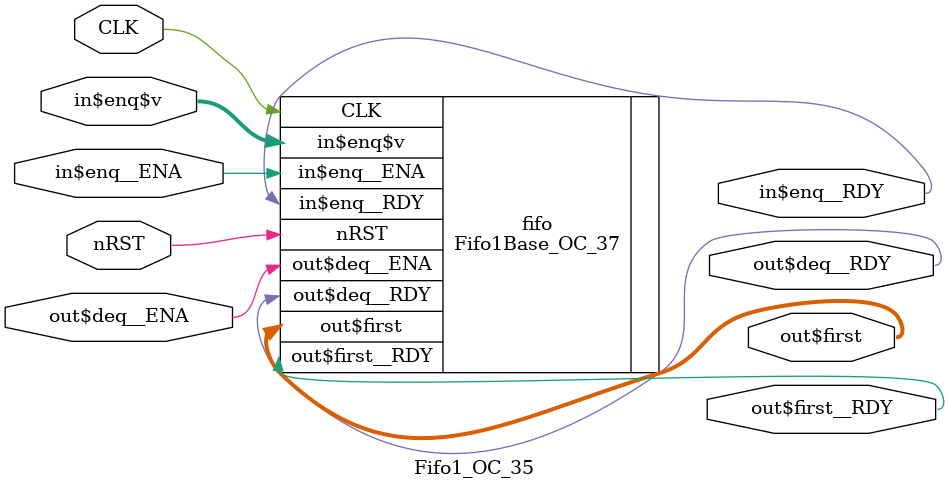
<source format=v>
`include "zynqTop.generated.vh"

`default_nettype none
module Fifo1_OC_35 (input wire CLK, input wire nRST,
    input wire in$enq__ENA,
    input wire [5:0]in$enq$v,
    output wire in$enq__RDY,
    input wire out$deq__ENA,
    output wire out$deq__RDY,
    output wire [5:0]out$first,
    output wire out$first__RDY);
    Fifo1Base_OC_37 fifo (.CLK(CLK), .nRST(nRST),
        .in$enq__ENA(in$enq__ENA),
        .in$enq$v(in$enq$v),
        .in$enq__RDY(in$enq__RDY),
        .out$deq__ENA(out$deq__ENA),
        .out$deq__RDY(out$deq__RDY),
        .out$first(out$first),
        .out$first__RDY(out$first__RDY));
endmodule 

`default_nettype wire    // set back to default value

</source>
